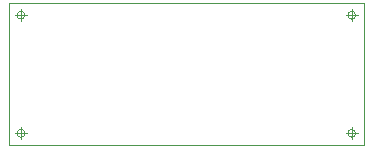
<source format=gbr>
G04 #@! TF.GenerationSoftware,KiCad,Pcbnew,(5.1.5)-3*
G04 #@! TF.CreationDate,2020-05-01T09:54:31-05:00*
G04 #@! TF.ProjectId,I2CSensors,49324353-656e-4736-9f72-732e6b696361,rev?*
G04 #@! TF.SameCoordinates,Original*
G04 #@! TF.FileFunction,Profile,NP*
%FSLAX46Y46*%
G04 Gerber Fmt 4.6, Leading zero omitted, Abs format (unit mm)*
G04 Created by KiCad (PCBNEW (5.1.5)-3) date 2020-05-01 09:54:31*
%MOMM*%
%LPD*%
G04 APERTURE LIST*
%ADD10C,0.050000*%
G04 APERTURE END LIST*
D10*
X129733333Y-92500000D02*
G75*
G03X129733333Y-92500000I-333333J0D01*
G01*
X128900000Y-92500000D02*
X129900000Y-92500000D01*
X129400000Y-92000000D02*
X129400000Y-93000000D01*
X129733333Y-82500000D02*
G75*
G03X129733333Y-82500000I-333333J0D01*
G01*
X128900000Y-82500000D02*
X129900000Y-82500000D01*
X129400000Y-82000000D02*
X129400000Y-83000000D01*
X101733333Y-82500000D02*
G75*
G03X101733333Y-82500000I-333333J0D01*
G01*
X100900000Y-82500000D02*
X101900000Y-82500000D01*
X101400000Y-82000000D02*
X101400000Y-83000000D01*
X101733333Y-92500000D02*
G75*
G03X101733333Y-92500000I-333333J0D01*
G01*
X100900000Y-92500000D02*
X101900000Y-92500000D01*
X101400000Y-92000000D02*
X101400000Y-93000000D01*
X100400000Y-93500000D02*
X100400000Y-81500000D01*
X130400000Y-93500000D02*
X100400000Y-93500000D01*
X130400000Y-81500000D02*
X130400000Y-93500000D01*
X100400000Y-81500000D02*
X130400000Y-81500000D01*
M02*

</source>
